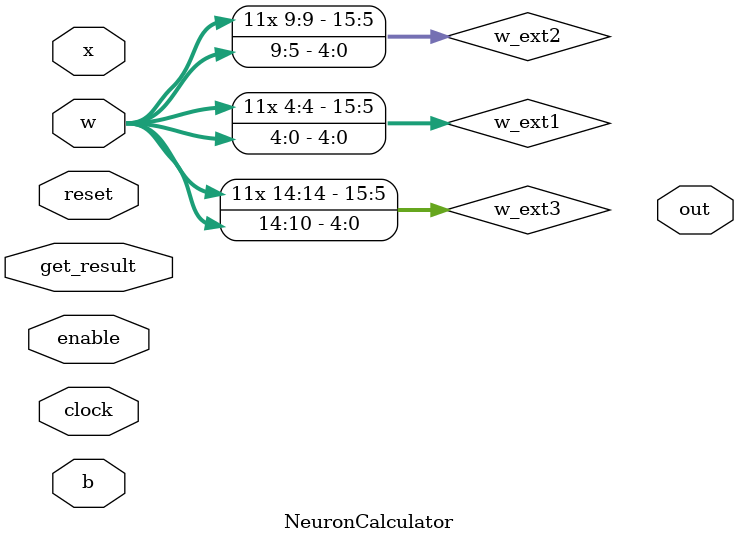
<source format=v>

`resetall
`timescale 1ns/10ps
module NeuronCalculator(x,b,w,clock,reset,enable,get_result,out);
    parameter DATA_WIDTH = 24;
	parameter Addr_Depth = 12;
	parameter Weight_Percision = 5;
	input clock,reset,enable,get_result;
	input [DATA_WIDTH-1:0] x,b;
	input [Weight_Percision*3-1:0] w;
	output out;
	
	reg signed [31:0] pixelw1,pixelw2,pixelw3;
	reg signed [127:0] acc;
	reg [15:0] w_ext1,w_ext2,w_ext3;

	
	always @(posedge clock)
	begin
	if(reset)
		acc <= 32'h00000000;
	else if(enable)
		acc <= acc + pixelw3 + pixelw2 + pixelw1;
	
	
	end
	
	always @(x,w)
	begin
	w_ext1[15:0] <= { {(16-Weight_Percision){w[Weight_Percision-1]}}, w[Weight_Percision-1:0] };
	w_ext2[15:0] <= { {(16-Weight_Percision){w[2*Weight_Percision-1]}}, w[2*Weight_Percision-1:Weight_Percision] };
	w_ext3[15:0] <= { {(16-Weight_Percision){w[3*Weight_Percision-1]}}, w[3*Weight_Percision-1:2*Weight_Percision] };
	end
	
	Neuron neuron1( 
	.x    ( x[7:0]       ), // input
	.w    ( w_ext1 ), // input
	.out ( pixelw1 )
	);
	
	Neuron neuron2( 
	.x    ( x[15:8]       ), // input
	.w    ( w_ext2 ), // input
	.out ( pixelw2 )
	);
	
	Neuron neuron3( 
	.x    ( x[23:16]       ), // input
	.w    ( w_ext3 ), // input
	.out ( pixelw3 )
	);

endmodule

</source>
